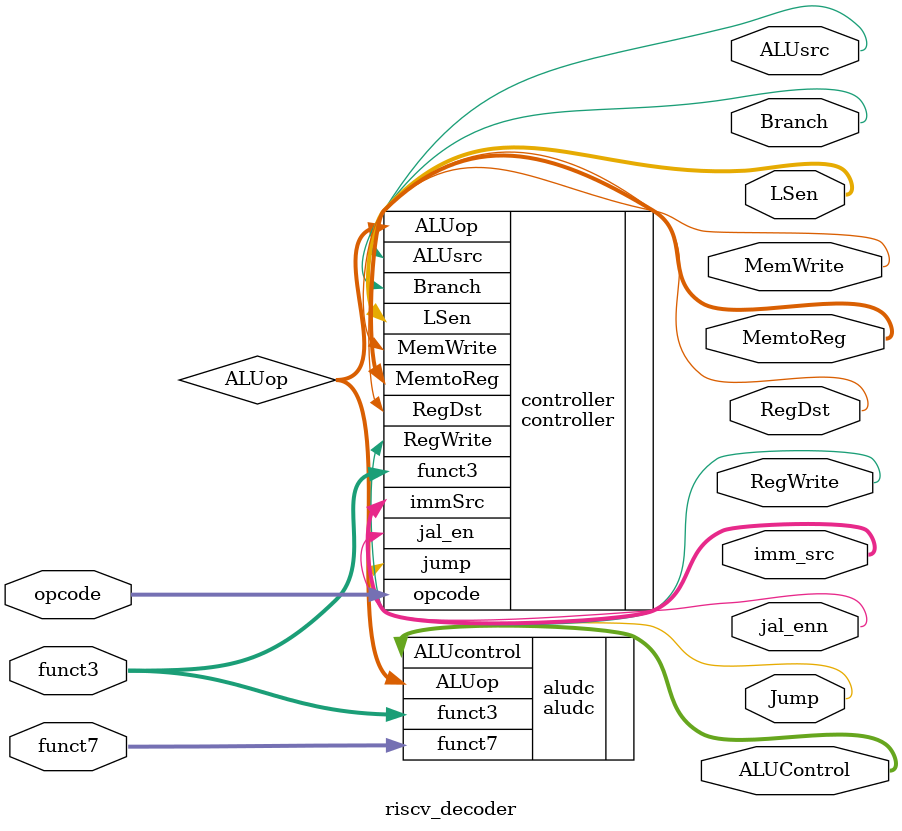
<source format=sv>
module riscv_decoder (opcode, funct3, funct7, MemtoReg, MemWrite, Branch, ALUControl, ALUsrc, RegDst, RegWrite,LSen,imm_src,Jump,jal_enn);
    input [6:0] opcode;
    input [2:0] funct3;
    input [6:0] funct7;
    output reg [1:0] MemtoReg;
    output reg  MemWrite, Branch, ALUsrc, RegDst, RegWrite;
    output reg [3:0] ALUControl;
    output reg [2:0] LSen;
    output reg [1:0]imm_src;
    output reg Jump;
    output reg jal_enn;

    wire [1:0] ALUop;

    controller controller (
        .opcode(opcode),
        .funct3(funct3),
        .MemtoReg(MemtoReg),
        .MemWrite(MemWrite),
        .Branch(Branch),
        .ALUop(ALUop),
        .ALUsrc(ALUsrc),
        .RegDst(RegDst),
        .RegWrite(RegWrite),
        .LSen(LSen),
        .immSrc(imm_src),
        .jump(Jump),
        .jal_en(jal_enn)
    );

    aludc aludc (
        .ALUop(ALUop),
        .funct3(funct3),
        .funct7(funct7),
        .ALUcontrol(ALUControl)
    );


endmodule
</source>
